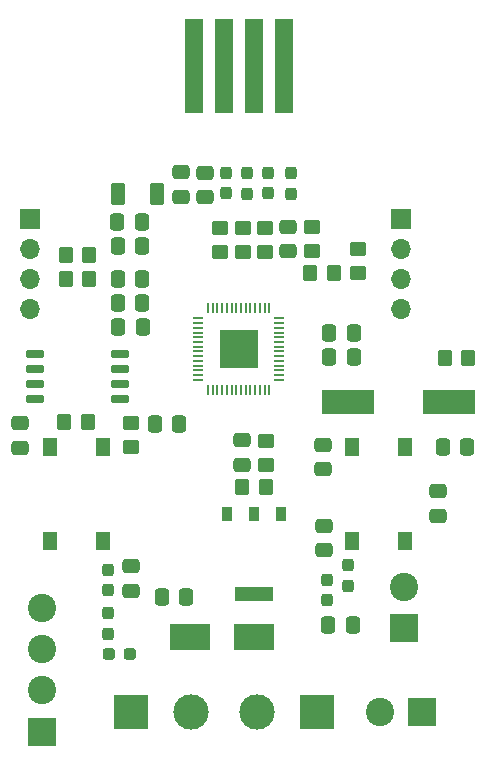
<source format=gts>
G04 #@! TF.GenerationSoftware,KiCad,Pcbnew,6.0.10*
G04 #@! TF.CreationDate,2023-07-05T17:30:50-05:00*
G04 #@! TF.ProjectId,gas_control_board,6761735f-636f-46e7-9472-6f6c5f626f61,rev?*
G04 #@! TF.SameCoordinates,Original*
G04 #@! TF.FileFunction,Soldermask,Top*
G04 #@! TF.FilePolarity,Negative*
%FSLAX46Y46*%
G04 Gerber Fmt 4.6, Leading zero omitted, Abs format (unit mm)*
G04 Created by KiCad (PCBNEW 6.0.10) date 2023-07-05 17:30:50*
%MOMM*%
%LPD*%
G01*
G04 APERTURE LIST*
G04 Aperture macros list*
%AMRoundRect*
0 Rectangle with rounded corners*
0 $1 Rounding radius*
0 $2 $3 $4 $5 $6 $7 $8 $9 X,Y pos of 4 corners*
0 Add a 4 corners polygon primitive as box body*
4,1,4,$2,$3,$4,$5,$6,$7,$8,$9,$2,$3,0*
0 Add four circle primitives for the rounded corners*
1,1,$1+$1,$2,$3*
1,1,$1+$1,$4,$5*
1,1,$1+$1,$6,$7*
1,1,$1+$1,$8,$9*
0 Add four rect primitives between the rounded corners*
20,1,$1+$1,$2,$3,$4,$5,0*
20,1,$1+$1,$4,$5,$6,$7,0*
20,1,$1+$1,$6,$7,$8,$9,0*
20,1,$1+$1,$8,$9,$2,$3,0*%
G04 Aperture macros list end*
%ADD10RoundRect,0.250000X0.337500X0.475000X-0.337500X0.475000X-0.337500X-0.475000X0.337500X-0.475000X0*%
%ADD11RoundRect,0.150000X0.650000X0.150000X-0.650000X0.150000X-0.650000X-0.150000X0.650000X-0.150000X0*%
%ADD12RoundRect,0.237500X0.287500X0.237500X-0.287500X0.237500X-0.287500X-0.237500X0.287500X-0.237500X0*%
%ADD13R,4.500000X2.000000*%
%ADD14RoundRect,0.250000X0.350000X0.450000X-0.350000X0.450000X-0.350000X-0.450000X0.350000X-0.450000X0*%
%ADD15RoundRect,0.250000X-0.337500X-0.475000X0.337500X-0.475000X0.337500X0.475000X-0.337500X0.475000X0*%
%ADD16RoundRect,0.250000X-0.350000X-0.450000X0.350000X-0.450000X0.350000X0.450000X-0.350000X0.450000X0*%
%ADD17R,2.400000X2.400000*%
%ADD18C,2.400000*%
%ADD19R,3.000000X3.000000*%
%ADD20C,3.000000*%
%ADD21R,1.300000X1.550000*%
%ADD22RoundRect,0.250000X0.475000X-0.337500X0.475000X0.337500X-0.475000X0.337500X-0.475000X-0.337500X0*%
%ADD23RoundRect,0.250000X0.362500X0.700000X-0.362500X0.700000X-0.362500X-0.700000X0.362500X-0.700000X0*%
%ADD24RoundRect,0.250000X0.450000X-0.350000X0.450000X0.350000X-0.450000X0.350000X-0.450000X-0.350000X0*%
%ADD25RoundRect,0.237500X-0.237500X0.287500X-0.237500X-0.287500X0.237500X-0.287500X0.237500X0.287500X0*%
%ADD26R,1.700000X1.700000*%
%ADD27O,1.700000X1.700000*%
%ADD28RoundRect,0.250000X-0.475000X0.337500X-0.475000X-0.337500X0.475000X-0.337500X0.475000X0.337500X0*%
%ADD29R,0.200000X0.850000*%
%ADD30R,0.850000X0.200000*%
%ADD31R,3.200000X3.200000*%
%ADD32RoundRect,0.250000X-0.450000X0.350000X-0.450000X-0.350000X0.450000X-0.350000X0.450000X0.350000X0*%
%ADD33RoundRect,0.237500X0.237500X-0.287500X0.237500X0.287500X-0.237500X0.287500X-0.237500X-0.287500X0*%
%ADD34R,3.500000X2.300000*%
%ADD35R,0.950000X1.250000*%
%ADD36R,3.200000X1.250000*%
%ADD37R,1.600000X8.000000*%
G04 APERTURE END LIST*
D10*
X16954000Y-17310000D03*
X14879000Y-17310000D03*
X16977000Y-24168000D03*
X14902000Y-24168000D03*
D11*
X15072000Y-32296000D03*
X15072000Y-31026000D03*
X15072000Y-29756000D03*
X15072000Y-28486000D03*
X7872000Y-28486000D03*
X7872000Y-29756000D03*
X7872000Y-31026000D03*
X7872000Y-32296000D03*
D12*
X15904000Y-53898000D03*
X14154000Y-53898000D03*
D13*
X34426000Y-32512000D03*
X42926000Y-32512000D03*
D14*
X12361000Y-34201000D03*
X10361000Y-34201000D03*
D15*
X32809000Y-28740000D03*
X34884000Y-28740000D03*
D16*
X42577000Y-28829000D03*
X44577000Y-28829000D03*
D17*
X39116000Y-51689000D03*
D18*
X39116000Y-48189000D03*
D19*
X16002000Y-58801000D03*
D20*
X21082000Y-58801000D03*
D21*
X34743000Y-44272000D03*
X34743000Y-36322000D03*
X39243000Y-36322000D03*
X39243000Y-44272000D03*
D22*
X42037000Y-42164000D03*
X42037000Y-40089000D03*
D14*
X12500000Y-22136000D03*
X10500000Y-22136000D03*
X33201000Y-21628000D03*
X31201000Y-21628000D03*
D10*
X17020000Y-26200000D03*
X14945000Y-26200000D03*
D16*
X10500000Y-20104000D03*
X12500000Y-20104000D03*
D22*
X20279000Y-15172500D03*
X20279000Y-13097500D03*
D23*
X18270000Y-14897000D03*
X14945000Y-14897000D03*
D24*
X31328000Y-19723000D03*
X31328000Y-17723000D03*
X23581000Y-19818000D03*
X23581000Y-17818000D03*
D10*
X20109000Y-34417000D03*
X18034000Y-34417000D03*
D25*
X29550000Y-13147000D03*
X29550000Y-14897000D03*
D26*
X38862000Y-17018000D03*
D27*
X38862000Y-19558000D03*
X38862000Y-22098000D03*
X38862000Y-24638000D03*
D24*
X25486000Y-19818000D03*
X25486000Y-17818000D03*
D28*
X25400000Y-35771000D03*
X25400000Y-37846000D03*
D26*
X7452000Y-17066000D03*
D27*
X7452000Y-19606000D03*
X7452000Y-22146000D03*
X7452000Y-24686000D03*
D10*
X16977000Y-22136000D03*
X14902000Y-22136000D03*
X16977000Y-19342000D03*
X14902000Y-19342000D03*
D25*
X24089000Y-13119000D03*
X24089000Y-14869000D03*
D22*
X16002000Y-48535500D03*
X16002000Y-46460500D03*
X22311000Y-15194000D03*
X22311000Y-13119000D03*
D29*
X22546000Y-31517000D03*
X22946000Y-31517000D03*
X23346000Y-31517000D03*
X23746000Y-31517000D03*
X24146000Y-31517000D03*
X24546000Y-31517000D03*
X24946000Y-31517000D03*
X25346000Y-31517000D03*
X25746000Y-31517000D03*
X26146000Y-31517000D03*
X26546000Y-31517000D03*
X26946000Y-31517000D03*
X27346000Y-31517000D03*
X27746000Y-31517000D03*
D30*
X28596000Y-30667000D03*
X28596000Y-30267000D03*
X28596000Y-29867000D03*
X28596000Y-29467000D03*
X28596000Y-29067000D03*
X28596000Y-28667000D03*
X28596000Y-28267000D03*
X28596000Y-27867000D03*
X28596000Y-27467000D03*
X28596000Y-27067000D03*
X28596000Y-26667000D03*
X28596000Y-26267000D03*
X28596000Y-25867000D03*
X28596000Y-25467000D03*
D29*
X27746000Y-24617000D03*
X27346000Y-24617000D03*
X26946000Y-24617000D03*
X26546000Y-24617000D03*
X26146000Y-24617000D03*
X25746000Y-24617000D03*
X25346000Y-24617000D03*
X24946000Y-24617000D03*
X24546000Y-24617000D03*
X24146000Y-24617000D03*
X23746000Y-24617000D03*
X23346000Y-24617000D03*
X22946000Y-24617000D03*
X22546000Y-24617000D03*
D30*
X21696000Y-25467000D03*
X21696000Y-25867000D03*
X21696000Y-26267000D03*
X21696000Y-26667000D03*
X21696000Y-27067000D03*
X21696000Y-27467000D03*
X21696000Y-27867000D03*
X21696000Y-28267000D03*
X21696000Y-28667000D03*
X21696000Y-29067000D03*
X21696000Y-29467000D03*
X21696000Y-29867000D03*
X21696000Y-30267000D03*
X21696000Y-30667000D03*
D31*
X25146000Y-28067000D03*
D28*
X6646000Y-34328000D03*
X6646000Y-36403000D03*
D32*
X35265000Y-19612000D03*
X35265000Y-21612000D03*
D24*
X27391000Y-19818000D03*
X27391000Y-17818000D03*
D25*
X32639000Y-47578000D03*
X32639000Y-49328000D03*
D33*
X14097000Y-48500000D03*
X14097000Y-46750000D03*
D34*
X21016000Y-52451000D03*
X26416000Y-52451000D03*
D15*
X32714000Y-51435000D03*
X34789000Y-51435000D03*
D22*
X29296000Y-19766000D03*
X29296000Y-17691000D03*
D15*
X18626000Y-49022000D03*
X20701000Y-49022000D03*
D14*
X27432000Y-39751000D03*
X25432000Y-39751000D03*
D25*
X27645000Y-13119000D03*
X27645000Y-14869000D03*
X25867000Y-13147000D03*
X25867000Y-14897000D03*
D35*
X28716000Y-42037000D03*
X26416000Y-42037000D03*
X24116000Y-42037000D03*
D36*
X26416000Y-48837000D03*
D19*
X31750000Y-58801000D03*
D20*
X26670000Y-58801000D03*
D25*
X14097000Y-50433000D03*
X14097000Y-52183000D03*
D28*
X32258000Y-36152000D03*
X32258000Y-38227000D03*
D32*
X27432000Y-35846000D03*
X27432000Y-37846000D03*
D28*
X32385000Y-43010000D03*
X32385000Y-45085000D03*
D21*
X13631000Y-36360000D03*
X13631000Y-44310000D03*
X9131000Y-44310000D03*
X9131000Y-36360000D03*
D24*
X16044000Y-36328000D03*
X16044000Y-34328000D03*
D17*
X8509000Y-60452000D03*
D18*
X8509000Y-56952000D03*
X8509000Y-53452000D03*
X8509000Y-49952000D03*
D17*
X40640000Y-58801000D03*
D18*
X37140000Y-58801000D03*
D25*
X34417000Y-46383000D03*
X34417000Y-48133000D03*
D15*
X32809000Y-26708000D03*
X34884000Y-26708000D03*
D10*
X44493000Y-36322000D03*
X42418000Y-36322000D03*
D37*
X28956000Y-4064000D03*
X26416000Y-4064000D03*
X23876000Y-4064000D03*
X21336000Y-4064000D03*
M02*

</source>
